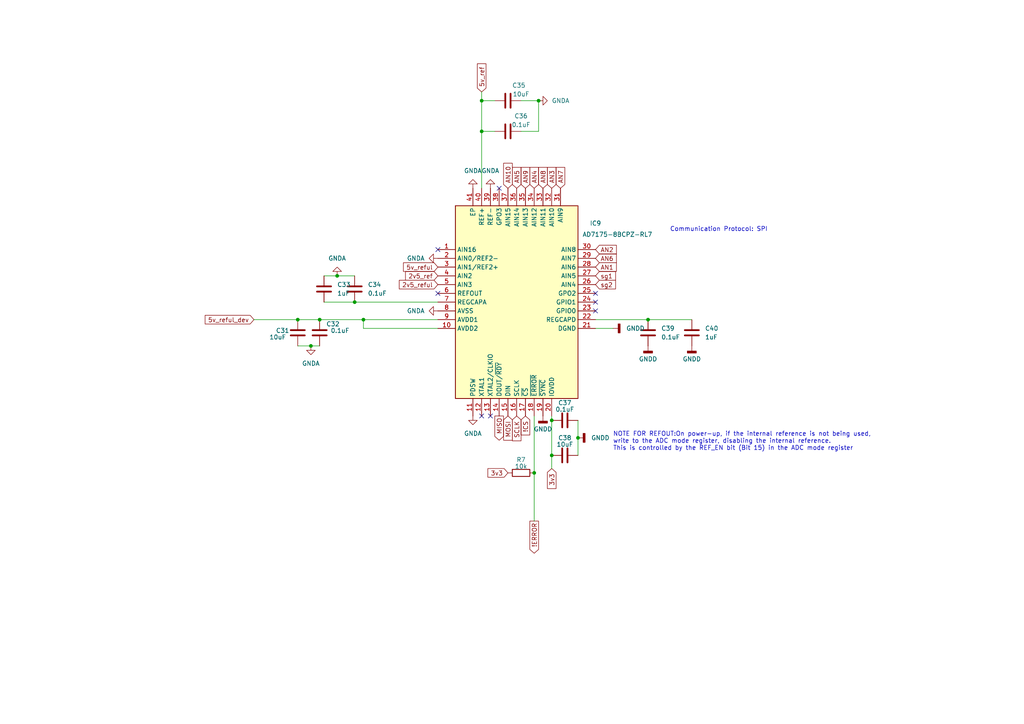
<source format=kicad_sch>
(kicad_sch (version 20230121) (generator eeschema)
  (paper "A4")
  (lib_symbols
    (symbol "21xt_symbols:AD7175-8BCPZ-RL7"
      (property "Reference" "IC" (at 41.91 17.78 0))
      (property "Value" "AD7175-8BCPZ-RL7" (at 41.91 15.24 0))
      (symbol "AD7175-8BCPZ-RL7_1_1"
        (rectangle (start 5.08 12.7) (end 40.64 -43.18) (stroke (width 0.254)) (fill (type background)))
        (pin passive line (at 0 0 0) (length 5.08) (name "AIN16") (number "1"))
        (pin passive line (at 0 -22.86 0) (length 5.08) (name "AVDD2") (number "10"))
        (pin passive line (at 10.16 -48.26 90) (length 5.08) (name "PDSW") (number "11"))
        (pin passive line (at 12.7 -48.26 90) (length 5.08) (name "XTAL1") (number "12"))
        (pin passive line (at 15.24 -48.26 90) (length 5.08) (name "XTAL2/CLKIO") (number "13"))
        (pin passive line (at 17.78 -48.26 90) (length 5.08) (name "DOUT/~{RDY}") (number "14"))
        (pin passive line (at 20.32 -48.26 90) (length 5.08) (name "DIN") (number "15"))
        (pin passive line (at 22.86 -48.26 90) (length 5.08) (name "SCLK") (number "16"))
        (pin passive line (at 25.4 -48.26 90) (length 5.08) (name "~{CS}") (number "17"))
        (pin passive line (at 27.94 -48.26 90) (length 5.08) (name "~{ERROR}") (number "18"))
        (pin passive line (at 30.48 -48.26 90) (length 5.08) (name "~{SYNC}") (number "19"))
        (pin passive line (at 0 -2.54 0) (length 5.08) (name "AIN0/REF2-") (number "2"))
        (pin passive line (at 33.02 -48.26 90) (length 5.08) (name "IOVDD") (number "20"))
        (pin passive line (at 45.72 -22.86 180) (length 5.08) (name "DGND") (number "21"))
        (pin passive line (at 45.72 -20.32 180) (length 5.08) (name "REGCAPD") (number "22"))
        (pin passive line (at 45.72 -17.78 180) (length 5.08) (name "GPIO0") (number "23"))
        (pin passive line (at 45.72 -15.24 180) (length 5.08) (name "GPIO1") (number "24"))
        (pin passive line (at 45.72 -12.7 180) (length 5.08) (name "GPO2") (number "25"))
        (pin passive line (at 45.72 -10.16 180) (length 5.08) (name "AIN4") (number "26"))
        (pin passive line (at 45.72 -7.62 180) (length 5.08) (name "AIN5") (number "27"))
        (pin passive line (at 45.72 -5.08 180) (length 5.08) (name "AIN6") (number "28"))
        (pin passive line (at 45.72 -2.54 180) (length 5.08) (name "AIN7") (number "29"))
        (pin passive line (at 0 -5.08 0) (length 5.08) (name "AIN1/REF2+") (number "3"))
        (pin passive line (at 45.72 0 180) (length 5.08) (name "AIN8") (number "30"))
        (pin passive line (at 35.56 17.78 270) (length 5.08) (name "AIN9") (number "31"))
        (pin passive line (at 33.02 17.78 270) (length 5.08) (name "AIN10") (number "32"))
        (pin passive line (at 30.48 17.78 270) (length 5.08) (name "AIN11") (number "33"))
        (pin passive line (at 27.94 17.78 270) (length 5.08) (name "AIN12") (number "34"))
        (pin passive line (at 25.4 17.78 270) (length 5.08) (name "AIN13") (number "35"))
        (pin passive line (at 22.86 17.78 270) (length 5.08) (name "AIN14") (number "36"))
        (pin passive line (at 20.32 17.78 270) (length 5.08) (name "AIN15") (number "37"))
        (pin passive line (at 17.78 17.78 270) (length 5.08) (name "GPO3") (number "38"))
        (pin passive line (at 15.24 17.78 270) (length 5.08) (name "REF-") (number "39"))
        (pin passive line (at 0 -7.62 0) (length 5.08) (name "AIN2") (number "4"))
        (pin passive line (at 12.7 17.78 270) (length 5.08) (name "REF+") (number "40"))
        (pin passive line (at 10.16 17.78 270) (length 5.08) (name "EP") (number "41"))
        (pin passive line (at 0 -10.16 0) (length 5.08) (name "AIN3") (number "5"))
        (pin passive line (at 0 -12.7 0) (length 5.08) (name "REFOUT") (number "6"))
        (pin passive line (at 0 -15.24 0) (length 5.08) (name "REGCAPA") (number "7"))
        (pin passive line (at 0 -17.78 0) (length 5.08) (name "AVSS") (number "8"))
        (pin passive line (at 0 -20.32 0) (length 5.08) (name "AVDD1") (number "9"))
      )
    )
    (symbol "Device:C" (pin_numbers hide) (pin_names (offset 0.254))
      (property "Reference" "C" (at 0.635 2.54 0))
      (property "Value" "C" (at 0.635 -2.54 0))
      (symbol "C_0_1"
        (polyline (pts (xy -2.032 -0.762) (xy 2.032 -0.762)) (stroke (width 0.508)))
        (polyline (pts (xy -2.032 0.762) (xy 2.032 0.762)) (stroke (width 0.508)))
      )
      (symbol "C_1_1"
        (pin passive line (at 0 3.81 270) (length 2.794) (name "~") (number "1"))
        (pin passive line (at 0 -3.81 90) (length 2.794) (name "~") (number "2"))
      )
    )
    (symbol "Device:R" (pin_numbers hide) (pin_names (offset 0))
      (property "Reference" "R" (at 2.032 0 90))
      (property "Value" "R" (at 0 0 90))
      (symbol "R_0_1"
        (rectangle (start -1.016 -2.54) (end 1.016 2.54) (stroke (width 0.254)))
      )
      (symbol "R_1_1"
        (pin passive line (at 0 3.81 270) (length 1.27) (name "~") (number "1"))
        (pin passive line (at 0 -3.81 90) (length 1.27) (name "~") (number "2"))
      )
    )
    (symbol "power:GNDA" (power) (pin_names (offset 0))
      (property "Value" "GNDA" (at 0 -3.81 0))
      (symbol "GNDA_0_1"
        (polyline (pts (xy 0 0) (xy 0 -1.27) (xy 1.27 -1.27) (xy 0 -2.54) (xy -1.27 -1.27) (xy 0 -1.27)))
      )
      (symbol "GNDA_1_1"
        (pin power_in line (at 0 0 270) (length 0) hide (name "GNDA") (number "1"))
      )
    )
    (symbol "power:GNDD" (power) (pin_names (offset 0))
      (property "Value" "GNDD" (at 0 -3.175 0))
      (symbol "GNDD_0_1"
        (rectangle (start -1.27 -1.524) (end 1.27 -2.032) (stroke (width 0.254)) (fill (type outline)))
        (polyline (pts (xy 0 0) (xy 0 -1.524)))
      )
      (symbol "GNDD_1_1"
        (pin power_in line (at 0 0 270) (length 0) hide (name "GNDD") (number "1"))
      )
    )
  )
  (junction (at 160.02 121.92))
  (junction (at 92.71 92.71))
  (junction (at 90.17 100.33))
  (junction (at 97.79 80.01))
  (junction (at 156.21 29.21))
  (junction (at 105.41 92.71))
  (junction (at 167.64 127))
  (junction (at 139.7 29.21))
  (junction (at 154.94 137.16))
  (junction (at 139.7 38.1))
  (junction (at 86.36 92.71))
  (junction (at 160.02 132.08))
  (junction (at 187.96 92.71))
  (junction (at 102.87 87.63))
  (no_connect (at 142.24 120.65))
  (no_connect (at 172.72 85.09))
  (no_connect (at 172.72 87.63))
  (no_connect (at 144.78 54.61))
  (no_connect (at 127 85.09))
  (no_connect (at 127 72.39))
  (no_connect (at 139.7 120.65))
  (no_connect (at 172.72 90.17))
  (wire (pts (xy 86.36 100.33) (xy 90.17 100.33)))
  (wire (pts (xy 86.36 92.71) (xy 92.71 92.71)))
  (wire (pts (xy 156.21 29.21) (xy 151.13 29.21)))
  (wire (pts (xy 172.72 95.25) (xy 177.8 95.25)))
  (wire (pts (xy 92.71 92.71) (xy 105.41 92.71)))
  (wire (pts (xy 139.7 54.61) (xy 139.7 38.1)))
  (wire (pts (xy 102.87 87.63) (xy 127 87.63)))
  (wire (pts (xy 139.7 29.21) (xy 139.7 26.67)))
  (wire (pts (xy 105.41 95.25) (xy 127 95.25)))
  (wire (pts (xy 187.96 92.71) (xy 200.66 92.71)))
  (wire (pts (xy 139.7 29.21) (xy 143.51 29.21)))
  (wire (pts (xy 97.79 80.01) (xy 102.87 80.01)))
  (wire (pts (xy 139.7 38.1) (xy 143.51 38.1)))
  (wire (pts (xy 172.72 92.71) (xy 187.96 92.71)))
  (wire (pts (xy 73.66 92.71) (xy 86.36 92.71)))
  (wire (pts (xy 151.13 38.1) (xy 156.21 38.1)))
  (wire (pts (xy 139.7 38.1) (xy 139.7 29.21)))
  (wire (pts (xy 160.02 121.92) (xy 160.02 132.08)))
  (wire (pts (xy 167.64 127) (xy 167.64 132.08)))
  (wire (pts (xy 93.98 87.63) (xy 102.87 87.63)))
  (wire (pts (xy 154.94 137.16) (xy 154.94 151.13)))
  (wire (pts (xy 154.94 120.65) (xy 154.94 137.16)))
  (wire (pts (xy 160.02 120.65) (xy 160.02 121.92)))
  (wire (pts (xy 167.64 121.92) (xy 167.64 127)))
  (wire (pts (xy 93.98 80.01) (xy 97.79 80.01)))
  (wire (pts (xy 90.17 100.33) (xy 92.71 100.33)))
  (wire (pts (xy 105.41 92.71) (xy 127 92.71)))
  (wire (pts (xy 156.21 38.1) (xy 156.21 29.21)))
  (wire (pts (xy 160.02 132.08) (xy 160.02 135.89)))
  (wire (pts (xy 105.41 95.25) (xy 105.41 92.71)))
  (text "NOTE FOR REFOUT:On power-up, if the internal reference is not being used, \nwrite to the ADC mode register, disabling the internal reference. \nThis is controlled by the REF_EN bit (Bit 15) in the ADC mode register" (at 177.8 130.81 0) (effects (font (size 1.27 1.27)) (justify left bottom)))
  (text "Communication Protocol: SPI" (at 194.31 67.31 0) (effects (font (size 1.27 1.27)) (justify left bottom)))
  (global_label "2v5_reful" (shape input) (at 127 82.55 180) (property "Intersheetrefs" "${INTERSHEET_REFS}" (effects hide)))
  (global_label "3v3" (shape input) (at 160.02 135.89 270) (property "Intersheetrefs" "${INTERSHEET_REFS}" (effects hide)))
  (global_label "AN2" (shape input) (at 172.72 72.39 0) (property "Intersheetrefs" "${INTERSHEET_REFS}" (effects hide)))
  (global_label "AN9" (shape input) (at 152.4 54.61 90) (property "Intersheetrefs" "${INTERSHEET_REFS}" (effects hide)))
  (global_label "AN7" (shape input) (at 162.56 54.61 90) (property "Intersheetrefs" "${INTERSHEET_REFS}" (effects hide)))
  (global_label "sg2" (shape input) (at 172.72 82.55 0) (property "Intersheetrefs" "${INTERSHEET_REFS}" (effects hide)))
  (global_label "AN5" (shape input) (at 149.86 54.61 90) (property "Intersheetrefs" "${INTERSHEET_REFS}" (effects hide)))
  (global_label "AN1" (shape input) (at 172.72 77.47 0) (property "Intersheetrefs" "${INTERSHEET_REFS}" (effects hide)))
  (global_label "AN10" (shape input) (at 147.32 54.61 90) (property "Intersheetrefs" "${INTERSHEET_REFS}" (effects hide)))
  (global_label "3v3" (shape input) (at 147.32 137.16 180) (property "Intersheetrefs" "${INTERSHEET_REFS}" (effects hide)))
  (global_label "!ERROR" (shape output) (at 154.94 151.13 270) (property "Intersheetrefs" "${INTERSHEET_REFS}" (effects hide)))
  (global_label "MISO" (shape output) (at 144.78 120.65 270) (property "Intersheetrefs" "${INTERSHEET_REFS}" (effects hide)))
  (global_label "MOSI" (shape input) (at 147.32 120.65 270) (property "Intersheetrefs" "${INTERSHEET_REFS}" (effects hide)))
  (global_label "2v5_ref" (shape input) (at 127 80.01 180) (property "Intersheetrefs" "${INTERSHEET_REFS}" (effects hide)))
  (global_label "!CS" (shape input) (at 152.4 120.65 270) (property "Intersheetrefs" "${INTERSHEET_REFS}" (effects hide)))
  (global_label "AN6" (shape input) (at 172.72 74.93 0) (property "Intersheetrefs" "${INTERSHEET_REFS}" (effects hide)))
  (global_label "AN4" (shape input) (at 154.94 54.61 90) (property "Intersheetrefs" "${INTERSHEET_REFS}" (effects hide)))
  (global_label "5v_ref" (shape input) (at 139.7 26.67 90) (property "Intersheetrefs" "${INTERSHEET_REFS}" (effects hide)))
  (global_label "AN3" (shape input) (at 160.02 54.61 90) (property "Intersheetrefs" "${INTERSHEET_REFS}" (effects hide)))
  (global_label "sg1" (shape input) (at 172.72 80.01 0) (property "Intersheetrefs" "${INTERSHEET_REFS}" (effects hide)))
  (global_label "AN8" (shape input) (at 157.48 54.61 90) (property "Intersheetrefs" "${INTERSHEET_REFS}" (effects hide)))
  (global_label "5v_reful_dev" (shape input) (at 73.66 92.71 180) (property "Intersheetrefs" "${INTERSHEET_REFS}" (effects hide)))
  (global_label "5v_reful" (shape input) (at 127 77.47 180) (property "Intersheetrefs" "${INTERSHEET_REFS}" (effects hide)))
  (global_label "SCLK" (shape input) (at 149.86 120.65 270) (property "Intersheetrefs" "${INTERSHEET_REFS}" (effects hide)))
  (symbol (lib_id "power:GNDD") (at 167.64 127 90) (unit 1)
    (property "Reference" "#PWR047" (effects hide))
    (property "Value" "GNDD" (at 171.45 127 90) (effects (justify right)))
  )
  (symbol (lib_id "power:GNDD") (at 177.8 95.25 90) (unit 1)
    (property "Reference" "#PWR046" (effects hide))
    (property "Value" "GNDD" (at 181.61 95.25 90) (effects (justify right)))
  )
  (symbol (lib_id "power:GNDA") (at 127 90.17 270) (unit 1)
    (property "Reference" "#PWR036" (effects hide))
    (property "Value" "GNDA" (at 123.19 90.17 90) (effects (justify right)))
  )
  (symbol (lib_id "power:GNDD") (at 157.48 120.65 0) (unit 1)
    (property "Reference" "#PWR056" (effects hide))
    (property "Value" "GNDD" (at 157.48 124.46 0))
  )
  (symbol (lib_id "Device:C") (at 147.32 29.21 90) (unit 1)
    (property "Reference" "C35" (at 150.495 24.765 90))
    (property "Value" "10uF" (at 151.13 27.305 90))
    (property "Footprint" "Capacitor_SMD:C_0603_1608Metric" (effects hide))
  )
  (symbol (lib_id "power:GNDA") (at 97.79 80.01 180) (unit 1)
    (property "Reference" "#PWR041" (effects hide))
    (property "Value" "GNDA" (at 97.79 74.93 0))
  )
  (symbol (lib_id "power:GNDD") (at 187.96 100.33 0) (unit 1)
    (property "Reference" "#PWR042" (effects hide))
    (property "Value" "GNDD" (at 187.96 104.14 0))
  )
  (symbol (lib_id "Device:C") (at 86.36 96.52 0) (unit 1)
    (property "Reference" "C31" (at 80.01 95.885 0) (effects (justify left)))
    (property "Value" "10uF" (at 78.105 97.79 0) (effects (justify left)))
    (property "Footprint" "Capacitor_SMD:C_0603_1608Metric" (effects hide))
  )
  (symbol (lib_id "power:GNDA") (at 127 74.93 270) (unit 1)
    (property "Reference" "#PWR091" (effects hide))
    (property "Value" "GNDA" (at 123.19 74.93 90) (effects (justify right)))
  )
  (symbol (lib_id "Device:C") (at 92.71 96.52 0) (unit 1)
    (property "Reference" "C32" (at 94.615 93.98 0) (effects (justify left)))
    (property "Value" "0.1uF" (at 95.885 95.885 0) (effects (justify left)))
    (property "Footprint" "Capacitor_SMD:C_0402_1005Metric" (effects hide))
  )
  (symbol (lib_id "Device:C") (at 147.32 38.1 90) (unit 1)
    (property "Reference" "C36" (at 151.13 33.655 90))
    (property "Value" "0.1uF" (at 151.13 36.195 90))
    (property "Footprint" "Capacitor_SMD:C_0402_1005Metric" (effects hide))
  )
  (symbol (lib_id "power:GNDA") (at 142.24 54.61 180) (unit 1)
    (property "Reference" "#PWR054" (effects hide))
    (property "Value" "GNDA" (at 142.24 49.53 0))
  )
  (symbol (lib_id "21xt_symbols:AD7175-8BCPZ-RL7") (at 127 72.39 0) (unit 1)
    (property "Reference" "IC9" (at 172.72 64.77 0))
    (property "Value" "AD7175-8BCPZ-RL7" (at 179.07 68.0019 0))
    (property "Footprint" "21xt_footprints:AD7175-8BCPZ-RL7" (effects hide))
    (property "Datasheet" "https://componentsearchengine.com/Datasheets/2/AD7175-8BCPZ-RL7.pdf" (effects hide))
    (property "Height" "0.8" (effects hide))
    (property "Mouser Part Number" "584-AD7175-8BCPZ-RL7" (effects hide))
    (property "Mouser Price/Stock" "https://www.mouser.co.uk/ProductDetail/Analog-Devices/AD7175-8BCPZ-RL7?qs=JeIcUl65ClCxXjl02vXI6Q%3D%3D" (effects hide))
    (property "Manufacturer_Name" "Analog Devices" (effects hide))
    (property "Manufacturer_Part_Number" "AD7175-8BCPZ-RL7" (effects hide))
  )
  (symbol (lib_id "Device:C") (at 163.83 121.92 90) (unit 1)
    (property "Reference" "C37" (at 163.83 116.84 90))
    (property "Value" "0.1uF" (at 163.83 118.745 90))
    (property "Footprint" "Capacitor_SMD:C_0402_1005Metric" (effects hide))
  )
  (symbol (lib_id "power:GNDD") (at 200.66 100.33 0) (unit 1)
    (property "Reference" "#PWR057" (effects hide))
    (property "Value" "GNDD" (at 200.66 104.14 0))
  )
  (symbol (lib_id "power:GNDA") (at 90.17 100.33 0) (unit 1)
    (property "Reference" "#PWR043" (effects hide))
    (property "Value" "GNDA" (at 90.17 105.41 0))
  )
  (symbol (lib_id "power:GNDA") (at 137.16 120.65 0) (unit 1)
    (property "Reference" "#PWR053" (effects hide))
    (property "Value" "GNDA" (at 137.16 125.73 0))
  )
  (symbol (lib_id "power:GNDA") (at 156.21 29.21 90) (unit 1)
    (property "Reference" "#PWR034" (effects hide))
    (property "Value" "GNDA" (at 160.02 29.21 90) (effects (justify right)))
  )
  (symbol (lib_id "Device:C") (at 200.66 96.52 0) (unit 1)
    (property "Reference" "C40" (at 204.47 95.25 0) (effects (justify left)))
    (property "Value" "1uF" (at 204.47 97.79 0) (effects (justify left)))
    (property "Footprint" "Capacitor_SMD:C_0402_1005Metric" (effects hide))
  )
  (symbol (lib_id "Device:C") (at 93.98 83.82 0) (unit 1)
    (property "Reference" "C33" (at 97.79 82.55 0) (effects (justify left)))
    (property "Value" "1uF" (at 97.79 85.09 0) (effects (justify left)))
    (property "Footprint" "Capacitor_SMD:C_0402_1005Metric" (effects hide))
  )
  (symbol (lib_id "Device:R") (at 151.13 137.16 90) (unit 1)
    (property "Reference" "R7" (at 151.13 133.35 90))
    (property "Value" "10k" (at 151.13 135.255 90))
    (property "Footprint" "Resistor_SMD:R_0402_1005Metric" (effects hide))
  )
  (symbol (lib_id "power:GNDA") (at 137.16 54.61 180) (unit 1)
    (property "Reference" "#PWR052" (effects hide))
    (property "Value" "GNDA" (at 137.16 49.53 0))
  )
  (symbol (lib_id "Device:C") (at 163.83 132.08 90) (unit 1)
    (property "Reference" "C38" (at 163.83 127 90))
    (property "Value" "10uF" (at 163.83 128.905 90))
    (property "Footprint" "Capacitor_SMD:C_0603_1608Metric" (effects hide))
  )
  (symbol (lib_id "Device:C") (at 102.87 83.82 0) (unit 1)
    (property "Reference" "C34" (at 106.68 82.55 0) (effects (justify left)))
    (property "Value" "0.1uF" (at 106.68 85.09 0) (effects (justify left)))
    (property "Footprint" "Capacitor_SMD:C_0402_1005Metric" (effects hide))
  )
  (symbol (lib_id "Device:C") (at 187.96 96.52 0) (unit 1)
    (property "Reference" "C39" (at 191.77 95.25 0) (effects (justify left)))
    (property "Value" "0.1uF" (at 191.77 97.79 0) (effects (justify left)))
    (property "Footprint" "Capacitor_SMD:C_0402_1005Metric" (effects hide))
  )
)
</source>
